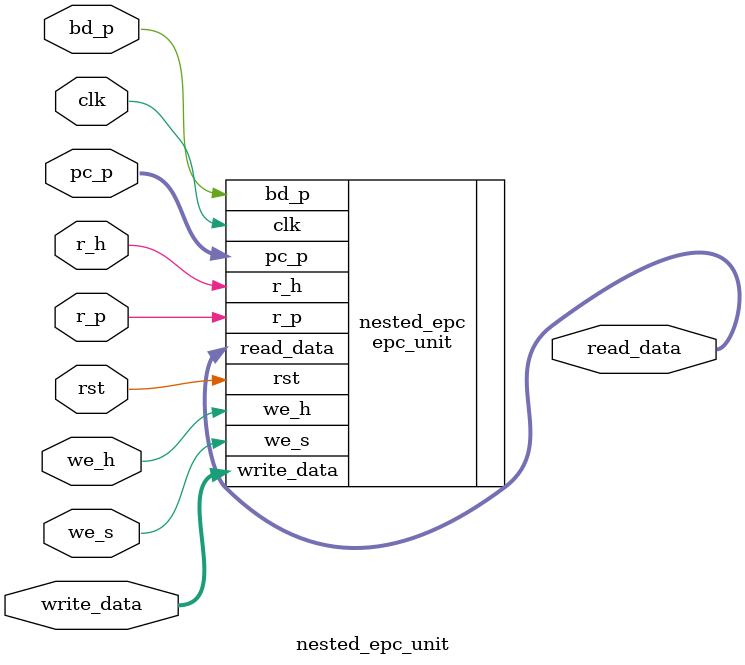
<source format=v>
`include "./head.v"
`include "./epc_unit.v"
module nested_epc_unit(input wire clk,
	input wire rst,
	input wire r_p,
	input wire r_h,
	input wire we_s,
	input wire we_h,
	input wire bd_p,
	input wire [31:0] write_data,
	input wire [31:0] pc_p,
	output wire [31:0] read_data);
	
	epc_unit nested_epc(.clk(clk),
	.rst(rst),
	.r_p(r_p),
	.r_h(r_h),
	.we_s(we_s),
	.we_h(we_h),
	.bd_p(bd_p),
	.pc_p(pc_p),
	.write_data(write_data),
	.read_data(read_data));
endmodule // nested_epc_unit
</source>
